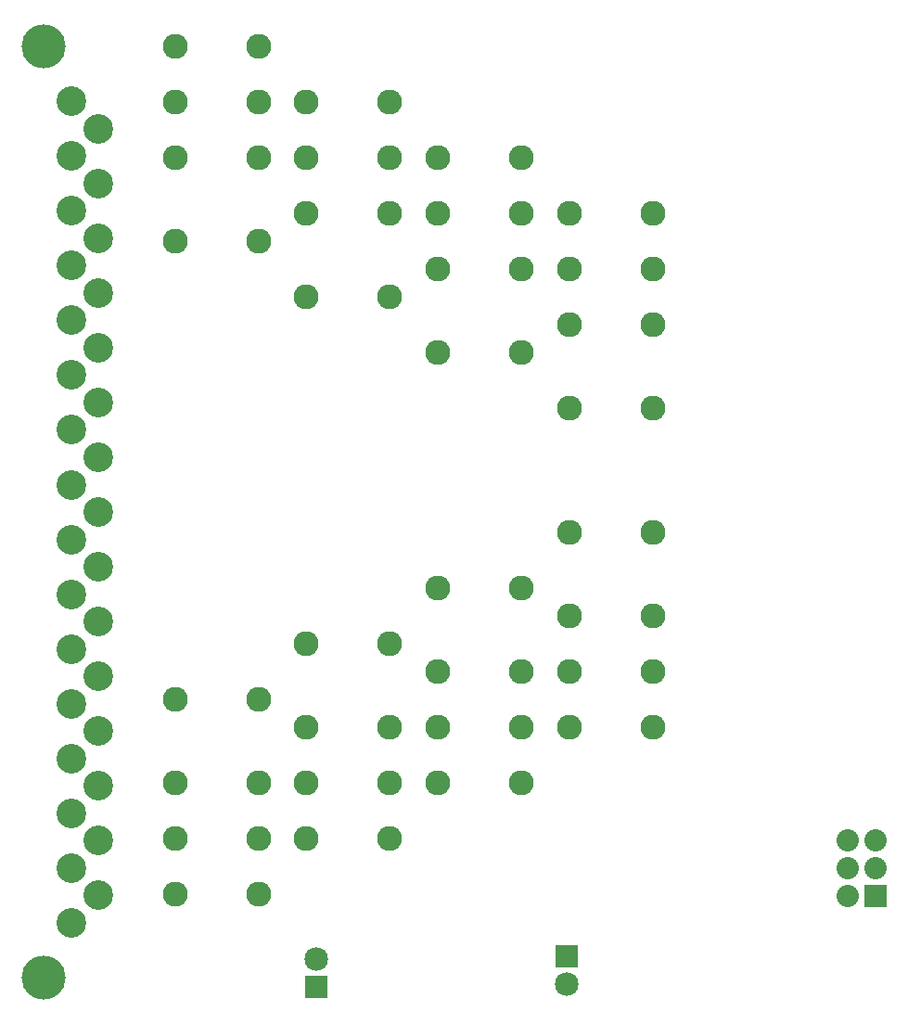
<source format=gbs>
G04 #@! TF.GenerationSoftware,KiCad,Pcbnew,(5.1.5)-3*
G04 #@! TF.CreationDate,2021-08-30T19:36:05+02:00*
G04 #@! TF.ProjectId,fsu,6673752e-6b69-4636-9164-5f7063625858,0431 -*
G04 #@! TF.SameCoordinates,Original*
G04 #@! TF.FileFunction,Soldermask,Bot*
G04 #@! TF.FilePolarity,Negative*
%FSLAX46Y46*%
G04 Gerber Fmt 4.6, Leading zero omitted, Abs format (unit mm)*
G04 Created by KiCad (PCBNEW (5.1.5)-3) date 2021-08-30 19:36:05*
%MOMM*%
%LPD*%
G04 APERTURE LIST*
%ADD10C,4.008120*%
%ADD11C,2.707640*%
%ADD12C,2.159000*%
%ADD13R,2.159000X2.159000*%
%ADD14C,2.286000*%
%ADD15R,2.032000X2.032000*%
%ADD16C,2.032000*%
G04 APERTURE END LIST*
D10*
X71198740Y-59100720D03*
D11*
X76200000Y-101600000D03*
X76200000Y-106601260D03*
X76200000Y-116601240D03*
X76200000Y-111599980D03*
X76200000Y-131599940D03*
X76200000Y-136601200D03*
X76200000Y-126601220D03*
X76200000Y-121599960D03*
X76200000Y-81600040D03*
X76200000Y-86601300D03*
X76200000Y-96601280D03*
X76200000Y-91600020D03*
X76200000Y-71600060D03*
X76200000Y-76601320D03*
X76200000Y-66601340D03*
X73698100Y-69100700D03*
X73698100Y-79100680D03*
X73698100Y-74099420D03*
X73698100Y-94099380D03*
X73698100Y-99100640D03*
X73698100Y-89100660D03*
X73698100Y-84099400D03*
X73698100Y-124099320D03*
X73698100Y-129100580D03*
X73698100Y-139100560D03*
X73698100Y-134099300D03*
X73698100Y-114099340D03*
X73698100Y-119100600D03*
X73698100Y-109100620D03*
X73698100Y-104099360D03*
X73700640Y-64099440D03*
D10*
X71198740Y-144101820D03*
D12*
X118950000Y-144670000D03*
D13*
X118950000Y-142130000D03*
D14*
X119190000Y-103470000D03*
X126810000Y-103470000D03*
X119190000Y-111090000D03*
X119190000Y-116170000D03*
X119190000Y-121250000D03*
X126810000Y-111090000D03*
X126810000Y-116170000D03*
X126810000Y-121250000D03*
X119190000Y-74350000D03*
X119190000Y-79430000D03*
X119190000Y-84510000D03*
X126810000Y-74350000D03*
X126810000Y-79430000D03*
X126810000Y-84510000D03*
X119190000Y-92130000D03*
X126810000Y-92130000D03*
X83190000Y-118710000D03*
X90810000Y-118710000D03*
X83190000Y-126330000D03*
X83190000Y-131410000D03*
X83190000Y-136490000D03*
X90810000Y-126330000D03*
X90810000Y-131410000D03*
X90810000Y-136490000D03*
D13*
X96100000Y-144970000D03*
D12*
X96100000Y-142430000D03*
D15*
X147120000Y-136690000D03*
D16*
X144580000Y-136690000D03*
X147120000Y-134150000D03*
X144580000Y-134150000D03*
X147120000Y-131610000D03*
X144580000Y-131610000D03*
D14*
X95190000Y-113630000D03*
X102810000Y-113630000D03*
X95190000Y-121250000D03*
X95190000Y-126330000D03*
X95190000Y-131410000D03*
X102810000Y-121250000D03*
X102810000Y-126330000D03*
X102810000Y-131410000D03*
X114810000Y-126330000D03*
X114810000Y-121250000D03*
X114810000Y-116170000D03*
X107190000Y-126330000D03*
X107190000Y-121250000D03*
X107190000Y-116170000D03*
X114810000Y-108550000D03*
X107190000Y-108550000D03*
X114810000Y-87050000D03*
X107190000Y-87050000D03*
X114810000Y-79430000D03*
X114810000Y-74350000D03*
X114810000Y-69270000D03*
X107190000Y-79430000D03*
X107190000Y-74350000D03*
X107190000Y-69270000D03*
X102810000Y-81970000D03*
X95190000Y-81970000D03*
X102810000Y-74350000D03*
X102810000Y-69270000D03*
X102810000Y-64190000D03*
X95190000Y-74350000D03*
X95190000Y-69270000D03*
X95190000Y-64190000D03*
X83190000Y-59110000D03*
X83190000Y-64190000D03*
X83190000Y-69270000D03*
X90810000Y-59110000D03*
X90810000Y-64190000D03*
X90810000Y-69270000D03*
X83190000Y-76890000D03*
X90810000Y-76890000D03*
M02*

</source>
